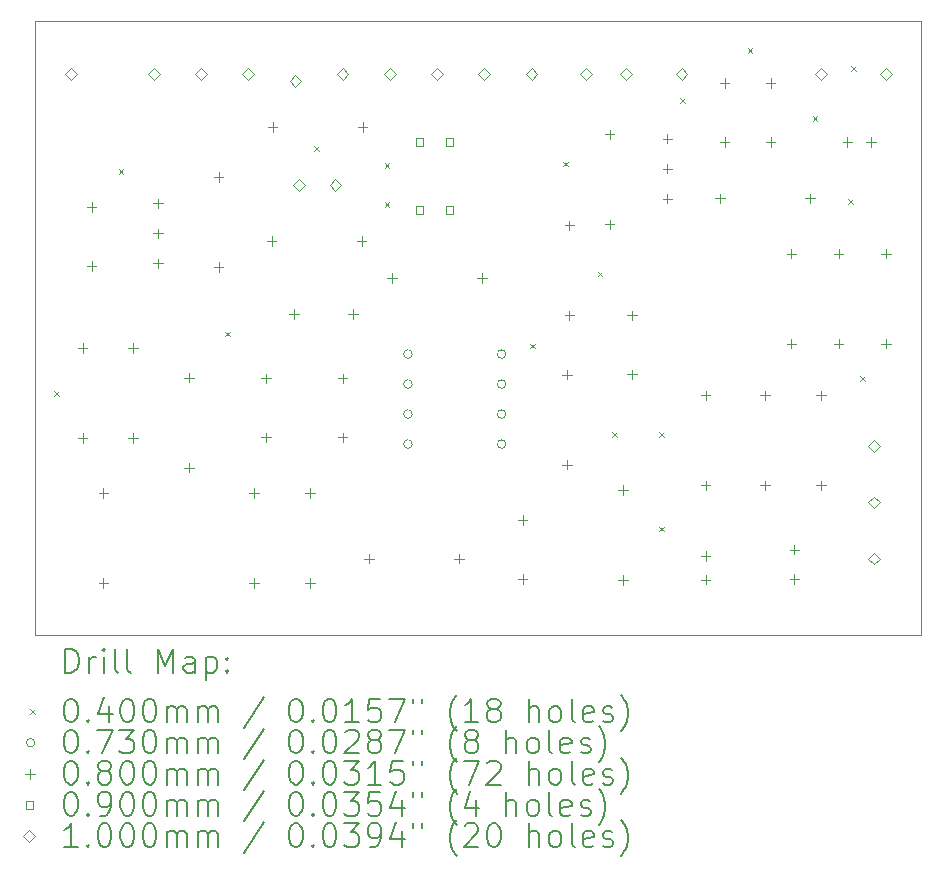
<source format=gbr>
%FSLAX45Y45*%
G04 Gerber Fmt 4.5, Leading zero omitted, Abs format (unit mm)*
G04 Created by KiCad (PCBNEW (6.0.4)) date 2023-03-15 02:05:19*
%MOMM*%
%LPD*%
G01*
G04 APERTURE LIST*
%TA.AperFunction,Profile*%
%ADD10C,0.100000*%
%TD*%
%ADD11C,0.200000*%
%ADD12C,0.040000*%
%ADD13C,0.073000*%
%ADD14C,0.080000*%
%ADD15C,0.090000*%
%ADD16C,0.100000*%
G04 APERTURE END LIST*
D10*
X14200000Y-7900000D02*
X21700000Y-7900000D01*
X21700000Y-7900000D02*
X21700000Y-13100000D01*
X21700000Y-13100000D02*
X14200000Y-13100000D01*
X14200000Y-13100000D02*
X14200000Y-7900000D01*
D11*
D12*
X14355000Y-11030000D02*
X14395000Y-11070000D01*
X14395000Y-11030000D02*
X14355000Y-11070000D01*
X14905000Y-9155000D02*
X14945000Y-9195000D01*
X14945000Y-9155000D02*
X14905000Y-9195000D01*
X15805000Y-10530000D02*
X15845000Y-10570000D01*
X15845000Y-10530000D02*
X15805000Y-10570000D01*
X16558048Y-8961096D02*
X16598048Y-9001096D01*
X16598048Y-8961096D02*
X16558048Y-9001096D01*
X17155000Y-9105000D02*
X17195000Y-9145000D01*
X17195000Y-9105000D02*
X17155000Y-9145000D01*
X17155000Y-9430000D02*
X17195000Y-9470000D01*
X17195000Y-9430000D02*
X17155000Y-9470000D01*
X18390000Y-10630000D02*
X18430000Y-10670000D01*
X18430000Y-10630000D02*
X18390000Y-10670000D01*
X18670000Y-9090000D02*
X18710000Y-9130000D01*
X18710000Y-9090000D02*
X18670000Y-9130000D01*
X18960000Y-10020000D02*
X19000000Y-10060000D01*
X19000000Y-10020000D02*
X18960000Y-10060000D01*
X19080000Y-11380000D02*
X19120000Y-11420000D01*
X19120000Y-11380000D02*
X19080000Y-11420000D01*
X19480000Y-11380000D02*
X19520000Y-11420000D01*
X19520000Y-11380000D02*
X19480000Y-11420000D01*
X19480000Y-12180000D02*
X19520000Y-12220000D01*
X19520000Y-12180000D02*
X19480000Y-12220000D01*
X19655000Y-8555000D02*
X19695000Y-8595000D01*
X19695000Y-8555000D02*
X19655000Y-8595000D01*
X20230000Y-8130000D02*
X20270000Y-8170000D01*
X20270000Y-8130000D02*
X20230000Y-8170000D01*
X20780000Y-8705000D02*
X20820000Y-8745000D01*
X20820000Y-8705000D02*
X20780000Y-8745000D01*
X21080000Y-9405000D02*
X21120000Y-9445000D01*
X21120000Y-9405000D02*
X21080000Y-9445000D01*
X21105000Y-8280000D02*
X21145000Y-8320000D01*
X21145000Y-8280000D02*
X21105000Y-8320000D01*
X21180000Y-10905000D02*
X21220000Y-10945000D01*
X21220000Y-10905000D02*
X21180000Y-10945000D01*
D13*
X17389500Y-10719000D02*
G75*
G03*
X17389500Y-10719000I-36500J0D01*
G01*
X17389500Y-10973000D02*
G75*
G03*
X17389500Y-10973000I-36500J0D01*
G01*
X17389500Y-11227000D02*
G75*
G03*
X17389500Y-11227000I-36500J0D01*
G01*
X17389500Y-11481000D02*
G75*
G03*
X17389500Y-11481000I-36500J0D01*
G01*
X18183500Y-10719000D02*
G75*
G03*
X18183500Y-10719000I-36500J0D01*
G01*
X18183500Y-10973000D02*
G75*
G03*
X18183500Y-10973000I-36500J0D01*
G01*
X18183500Y-11227000D02*
G75*
G03*
X18183500Y-11227000I-36500J0D01*
G01*
X18183500Y-11481000D02*
G75*
G03*
X18183500Y-11481000I-36500J0D01*
G01*
D14*
X14600000Y-10629000D02*
X14600000Y-10709000D01*
X14560000Y-10669000D02*
X14640000Y-10669000D01*
X14600000Y-11391000D02*
X14600000Y-11471000D01*
X14560000Y-11431000D02*
X14640000Y-11431000D01*
X14675000Y-9435000D02*
X14675000Y-9515000D01*
X14635000Y-9475000D02*
X14715000Y-9475000D01*
X14675000Y-9935000D02*
X14675000Y-10015000D01*
X14635000Y-9975000D02*
X14715000Y-9975000D01*
X14775000Y-11854000D02*
X14775000Y-11934000D01*
X14735000Y-11894000D02*
X14815000Y-11894000D01*
X14775000Y-12616000D02*
X14775000Y-12696000D01*
X14735000Y-12656000D02*
X14815000Y-12656000D01*
X15025000Y-10629000D02*
X15025000Y-10709000D01*
X14985000Y-10669000D02*
X15065000Y-10669000D01*
X15025000Y-11391000D02*
X15025000Y-11471000D01*
X14985000Y-11431000D02*
X15065000Y-11431000D01*
X15236000Y-9402000D02*
X15236000Y-9482000D01*
X15196000Y-9442000D02*
X15276000Y-9442000D01*
X15236000Y-9656000D02*
X15236000Y-9736000D01*
X15196000Y-9696000D02*
X15276000Y-9696000D01*
X15236000Y-9910000D02*
X15236000Y-9990000D01*
X15196000Y-9950000D02*
X15276000Y-9950000D01*
X15500000Y-10879000D02*
X15500000Y-10959000D01*
X15460000Y-10919000D02*
X15540000Y-10919000D01*
X15500000Y-11641000D02*
X15500000Y-11721000D01*
X15460000Y-11681000D02*
X15540000Y-11681000D01*
X15750000Y-9179000D02*
X15750000Y-9259000D01*
X15710000Y-9219000D02*
X15790000Y-9219000D01*
X15750000Y-9941000D02*
X15750000Y-10021000D01*
X15710000Y-9981000D02*
X15790000Y-9981000D01*
X16050000Y-11854000D02*
X16050000Y-11934000D01*
X16010000Y-11894000D02*
X16090000Y-11894000D01*
X16050000Y-12616000D02*
X16050000Y-12696000D01*
X16010000Y-12656000D02*
X16090000Y-12656000D01*
X16150000Y-10885000D02*
X16150000Y-10965000D01*
X16110000Y-10925000D02*
X16190000Y-10925000D01*
X16150000Y-11385000D02*
X16150000Y-11465000D01*
X16110000Y-11425000D02*
X16190000Y-11425000D01*
X16199000Y-9720000D02*
X16199000Y-9800000D01*
X16159000Y-9760000D02*
X16239000Y-9760000D01*
X16209000Y-8755000D02*
X16209000Y-8835000D01*
X16169000Y-8795000D02*
X16249000Y-8795000D01*
X16390000Y-10340000D02*
X16390000Y-10420000D01*
X16350000Y-10380000D02*
X16430000Y-10380000D01*
X16525000Y-11854000D02*
X16525000Y-11934000D01*
X16485000Y-11894000D02*
X16565000Y-11894000D01*
X16525000Y-12616000D02*
X16525000Y-12696000D01*
X16485000Y-12656000D02*
X16565000Y-12656000D01*
X16800000Y-10885000D02*
X16800000Y-10965000D01*
X16760000Y-10925000D02*
X16840000Y-10925000D01*
X16800000Y-11385000D02*
X16800000Y-11465000D01*
X16760000Y-11425000D02*
X16840000Y-11425000D01*
X16890000Y-10340000D02*
X16890000Y-10420000D01*
X16850000Y-10380000D02*
X16930000Y-10380000D01*
X16961000Y-9720000D02*
X16961000Y-9800000D01*
X16921000Y-9760000D02*
X17001000Y-9760000D01*
X16971000Y-8755000D02*
X16971000Y-8835000D01*
X16931000Y-8795000D02*
X17011000Y-8795000D01*
X17025000Y-12410000D02*
X17025000Y-12490000D01*
X16985000Y-12450000D02*
X17065000Y-12450000D01*
X17219000Y-10035000D02*
X17219000Y-10115000D01*
X17179000Y-10075000D02*
X17259000Y-10075000D01*
X17787000Y-12410000D02*
X17787000Y-12490000D01*
X17747000Y-12450000D02*
X17827000Y-12450000D01*
X17981000Y-10035000D02*
X17981000Y-10115000D01*
X17941000Y-10075000D02*
X18021000Y-10075000D01*
X18325000Y-12085000D02*
X18325000Y-12165000D01*
X18285000Y-12125000D02*
X18365000Y-12125000D01*
X18325000Y-12585000D02*
X18325000Y-12665000D01*
X18285000Y-12625000D02*
X18365000Y-12625000D01*
X18700000Y-10854000D02*
X18700000Y-10934000D01*
X18660000Y-10894000D02*
X18740000Y-10894000D01*
X18700000Y-11616000D02*
X18700000Y-11696000D01*
X18660000Y-11656000D02*
X18740000Y-11656000D01*
X18720000Y-9589000D02*
X18720000Y-9669000D01*
X18680000Y-9629000D02*
X18760000Y-9629000D01*
X18720000Y-10351000D02*
X18720000Y-10431000D01*
X18680000Y-10391000D02*
X18760000Y-10391000D01*
X19060000Y-8819000D02*
X19060000Y-8899000D01*
X19020000Y-8859000D02*
X19100000Y-8859000D01*
X19060000Y-9581000D02*
X19060000Y-9661000D01*
X19020000Y-9621000D02*
X19100000Y-9621000D01*
X19175000Y-11829000D02*
X19175000Y-11909000D01*
X19135000Y-11869000D02*
X19215000Y-11869000D01*
X19175000Y-12591000D02*
X19175000Y-12671000D01*
X19135000Y-12631000D02*
X19215000Y-12631000D01*
X19250000Y-10350000D02*
X19250000Y-10430000D01*
X19210000Y-10390000D02*
X19290000Y-10390000D01*
X19250000Y-10850000D02*
X19250000Y-10930000D01*
X19210000Y-10890000D02*
X19290000Y-10890000D01*
X19550000Y-8856000D02*
X19550000Y-8936000D01*
X19510000Y-8896000D02*
X19590000Y-8896000D01*
X19550000Y-9110000D02*
X19550000Y-9190000D01*
X19510000Y-9150000D02*
X19590000Y-9150000D01*
X19550000Y-9364000D02*
X19550000Y-9444000D01*
X19510000Y-9404000D02*
X19590000Y-9404000D01*
X19875000Y-11029000D02*
X19875000Y-11109000D01*
X19835000Y-11069000D02*
X19915000Y-11069000D01*
X19875000Y-11791000D02*
X19875000Y-11871000D01*
X19835000Y-11831000D02*
X19915000Y-11831000D01*
X19875000Y-12389489D02*
X19875000Y-12469489D01*
X19835000Y-12429489D02*
X19915000Y-12429489D01*
X19875000Y-12589489D02*
X19875000Y-12669489D01*
X19835000Y-12629489D02*
X19915000Y-12629489D01*
X19994000Y-9360000D02*
X19994000Y-9440000D01*
X19954000Y-9400000D02*
X20034000Y-9400000D01*
X20035828Y-8385000D02*
X20035828Y-8465000D01*
X19995828Y-8425000D02*
X20075828Y-8425000D01*
X20035828Y-8885000D02*
X20035828Y-8965000D01*
X19995828Y-8925000D02*
X20075828Y-8925000D01*
X20375000Y-11029000D02*
X20375000Y-11109000D01*
X20335000Y-11069000D02*
X20415000Y-11069000D01*
X20375000Y-11791000D02*
X20375000Y-11871000D01*
X20335000Y-11831000D02*
X20415000Y-11831000D01*
X20425000Y-8385000D02*
X20425000Y-8465000D01*
X20385000Y-8425000D02*
X20465000Y-8425000D01*
X20425000Y-8885000D02*
X20425000Y-8965000D01*
X20385000Y-8925000D02*
X20465000Y-8925000D01*
X20600000Y-9829000D02*
X20600000Y-9909000D01*
X20560000Y-9869000D02*
X20640000Y-9869000D01*
X20600000Y-10591000D02*
X20600000Y-10671000D01*
X20560000Y-10631000D02*
X20640000Y-10631000D01*
X20625000Y-12335000D02*
X20625000Y-12415000D01*
X20585000Y-12375000D02*
X20665000Y-12375000D01*
X20625000Y-12585000D02*
X20625000Y-12665000D01*
X20585000Y-12625000D02*
X20665000Y-12625000D01*
X20756000Y-9360000D02*
X20756000Y-9440000D01*
X20716000Y-9400000D02*
X20796000Y-9400000D01*
X20850000Y-11029000D02*
X20850000Y-11109000D01*
X20810000Y-11069000D02*
X20890000Y-11069000D01*
X20850000Y-11791000D02*
X20850000Y-11871000D01*
X20810000Y-11831000D02*
X20890000Y-11831000D01*
X21000000Y-9829000D02*
X21000000Y-9909000D01*
X20960000Y-9869000D02*
X21040000Y-9869000D01*
X21000000Y-10591000D02*
X21000000Y-10671000D01*
X20960000Y-10631000D02*
X21040000Y-10631000D01*
X21075000Y-8885000D02*
X21075000Y-8965000D01*
X21035000Y-8925000D02*
X21115000Y-8925000D01*
X21275000Y-8885000D02*
X21275000Y-8965000D01*
X21235000Y-8925000D02*
X21315000Y-8925000D01*
X21400000Y-9829000D02*
X21400000Y-9909000D01*
X21360000Y-9869000D02*
X21440000Y-9869000D01*
X21400000Y-10591000D02*
X21400000Y-10671000D01*
X21360000Y-10631000D02*
X21440000Y-10631000D01*
D15*
X17481820Y-8956820D02*
X17481820Y-8893180D01*
X17418180Y-8893180D01*
X17418180Y-8956820D01*
X17481820Y-8956820D01*
X17482820Y-9531820D02*
X17482820Y-9468180D01*
X17419180Y-9468180D01*
X17419180Y-9531820D01*
X17482820Y-9531820D01*
X17735820Y-8956820D02*
X17735820Y-8893180D01*
X17672180Y-8893180D01*
X17672180Y-8956820D01*
X17735820Y-8956820D01*
X17736820Y-9531820D02*
X17736820Y-9468180D01*
X17673180Y-9468180D01*
X17673180Y-9531820D01*
X17736820Y-9531820D01*
D16*
X14500000Y-8400000D02*
X14550000Y-8350000D01*
X14500000Y-8300000D01*
X14450000Y-8350000D01*
X14500000Y-8400000D01*
X15200000Y-8400000D02*
X15250000Y-8350000D01*
X15200000Y-8300000D01*
X15150000Y-8350000D01*
X15200000Y-8400000D01*
X15600000Y-8400000D02*
X15650000Y-8350000D01*
X15600000Y-8300000D01*
X15550000Y-8350000D01*
X15600000Y-8400000D01*
X16000000Y-8400000D02*
X16050000Y-8350000D01*
X16000000Y-8300000D01*
X15950000Y-8350000D01*
X16000000Y-8400000D01*
X16401000Y-8459000D02*
X16451000Y-8409000D01*
X16401000Y-8359000D01*
X16351000Y-8409000D01*
X16401000Y-8459000D01*
X16431000Y-9340000D02*
X16481000Y-9290000D01*
X16431000Y-9240000D01*
X16381000Y-9290000D01*
X16431000Y-9340000D01*
X16740000Y-9340000D02*
X16790000Y-9290000D01*
X16740000Y-9240000D01*
X16690000Y-9290000D01*
X16740000Y-9340000D01*
X16800000Y-8400000D02*
X16850000Y-8350000D01*
X16800000Y-8300000D01*
X16750000Y-8350000D01*
X16800000Y-8400000D01*
X17200000Y-8400000D02*
X17250000Y-8350000D01*
X17200000Y-8300000D01*
X17150000Y-8350000D01*
X17200000Y-8400000D01*
X17600000Y-8400000D02*
X17650000Y-8350000D01*
X17600000Y-8300000D01*
X17550000Y-8350000D01*
X17600000Y-8400000D01*
X18000000Y-8400000D02*
X18050000Y-8350000D01*
X18000000Y-8300000D01*
X17950000Y-8350000D01*
X18000000Y-8400000D01*
X18400000Y-8400000D02*
X18450000Y-8350000D01*
X18400000Y-8300000D01*
X18350000Y-8350000D01*
X18400000Y-8400000D01*
X18860000Y-8400000D02*
X18910000Y-8350000D01*
X18860000Y-8300000D01*
X18810000Y-8350000D01*
X18860000Y-8400000D01*
X19200000Y-8400000D02*
X19250000Y-8350000D01*
X19200000Y-8300000D01*
X19150000Y-8350000D01*
X19200000Y-8400000D01*
X19670000Y-8400000D02*
X19720000Y-8350000D01*
X19670000Y-8300000D01*
X19620000Y-8350000D01*
X19670000Y-8400000D01*
X20850000Y-8400000D02*
X20900000Y-8350000D01*
X20850000Y-8300000D01*
X20800000Y-8350000D01*
X20850000Y-8400000D01*
X21300000Y-11550000D02*
X21350000Y-11500000D01*
X21300000Y-11450000D01*
X21250000Y-11500000D01*
X21300000Y-11550000D01*
X21300000Y-12025000D02*
X21350000Y-11975000D01*
X21300000Y-11925000D01*
X21250000Y-11975000D01*
X21300000Y-12025000D01*
X21300000Y-12500000D02*
X21350000Y-12450000D01*
X21300000Y-12400000D01*
X21250000Y-12450000D01*
X21300000Y-12500000D01*
X21400000Y-8400000D02*
X21450000Y-8350000D01*
X21400000Y-8300000D01*
X21350000Y-8350000D01*
X21400000Y-8400000D01*
D11*
X14452619Y-13415476D02*
X14452619Y-13215476D01*
X14500238Y-13215476D01*
X14528809Y-13225000D01*
X14547857Y-13244048D01*
X14557381Y-13263095D01*
X14566905Y-13301190D01*
X14566905Y-13329762D01*
X14557381Y-13367857D01*
X14547857Y-13386905D01*
X14528809Y-13405952D01*
X14500238Y-13415476D01*
X14452619Y-13415476D01*
X14652619Y-13415476D02*
X14652619Y-13282143D01*
X14652619Y-13320238D02*
X14662143Y-13301190D01*
X14671667Y-13291667D01*
X14690714Y-13282143D01*
X14709762Y-13282143D01*
X14776428Y-13415476D02*
X14776428Y-13282143D01*
X14776428Y-13215476D02*
X14766905Y-13225000D01*
X14776428Y-13234524D01*
X14785952Y-13225000D01*
X14776428Y-13215476D01*
X14776428Y-13234524D01*
X14900238Y-13415476D02*
X14881190Y-13405952D01*
X14871667Y-13386905D01*
X14871667Y-13215476D01*
X15005000Y-13415476D02*
X14985952Y-13405952D01*
X14976428Y-13386905D01*
X14976428Y-13215476D01*
X15233571Y-13415476D02*
X15233571Y-13215476D01*
X15300238Y-13358333D01*
X15366905Y-13215476D01*
X15366905Y-13415476D01*
X15547857Y-13415476D02*
X15547857Y-13310714D01*
X15538333Y-13291667D01*
X15519286Y-13282143D01*
X15481190Y-13282143D01*
X15462143Y-13291667D01*
X15547857Y-13405952D02*
X15528809Y-13415476D01*
X15481190Y-13415476D01*
X15462143Y-13405952D01*
X15452619Y-13386905D01*
X15452619Y-13367857D01*
X15462143Y-13348809D01*
X15481190Y-13339286D01*
X15528809Y-13339286D01*
X15547857Y-13329762D01*
X15643095Y-13282143D02*
X15643095Y-13482143D01*
X15643095Y-13291667D02*
X15662143Y-13282143D01*
X15700238Y-13282143D01*
X15719286Y-13291667D01*
X15728809Y-13301190D01*
X15738333Y-13320238D01*
X15738333Y-13377381D01*
X15728809Y-13396428D01*
X15719286Y-13405952D01*
X15700238Y-13415476D01*
X15662143Y-13415476D01*
X15643095Y-13405952D01*
X15824048Y-13396428D02*
X15833571Y-13405952D01*
X15824048Y-13415476D01*
X15814524Y-13405952D01*
X15824048Y-13396428D01*
X15824048Y-13415476D01*
X15824048Y-13291667D02*
X15833571Y-13301190D01*
X15824048Y-13310714D01*
X15814524Y-13301190D01*
X15824048Y-13291667D01*
X15824048Y-13310714D01*
D12*
X14155000Y-13725000D02*
X14195000Y-13765000D01*
X14195000Y-13725000D02*
X14155000Y-13765000D01*
D11*
X14490714Y-13635476D02*
X14509762Y-13635476D01*
X14528809Y-13645000D01*
X14538333Y-13654524D01*
X14547857Y-13673571D01*
X14557381Y-13711667D01*
X14557381Y-13759286D01*
X14547857Y-13797381D01*
X14538333Y-13816428D01*
X14528809Y-13825952D01*
X14509762Y-13835476D01*
X14490714Y-13835476D01*
X14471667Y-13825952D01*
X14462143Y-13816428D01*
X14452619Y-13797381D01*
X14443095Y-13759286D01*
X14443095Y-13711667D01*
X14452619Y-13673571D01*
X14462143Y-13654524D01*
X14471667Y-13645000D01*
X14490714Y-13635476D01*
X14643095Y-13816428D02*
X14652619Y-13825952D01*
X14643095Y-13835476D01*
X14633571Y-13825952D01*
X14643095Y-13816428D01*
X14643095Y-13835476D01*
X14824048Y-13702143D02*
X14824048Y-13835476D01*
X14776428Y-13625952D02*
X14728809Y-13768809D01*
X14852619Y-13768809D01*
X14966905Y-13635476D02*
X14985952Y-13635476D01*
X15005000Y-13645000D01*
X15014524Y-13654524D01*
X15024048Y-13673571D01*
X15033571Y-13711667D01*
X15033571Y-13759286D01*
X15024048Y-13797381D01*
X15014524Y-13816428D01*
X15005000Y-13825952D01*
X14985952Y-13835476D01*
X14966905Y-13835476D01*
X14947857Y-13825952D01*
X14938333Y-13816428D01*
X14928809Y-13797381D01*
X14919286Y-13759286D01*
X14919286Y-13711667D01*
X14928809Y-13673571D01*
X14938333Y-13654524D01*
X14947857Y-13645000D01*
X14966905Y-13635476D01*
X15157381Y-13635476D02*
X15176428Y-13635476D01*
X15195476Y-13645000D01*
X15205000Y-13654524D01*
X15214524Y-13673571D01*
X15224048Y-13711667D01*
X15224048Y-13759286D01*
X15214524Y-13797381D01*
X15205000Y-13816428D01*
X15195476Y-13825952D01*
X15176428Y-13835476D01*
X15157381Y-13835476D01*
X15138333Y-13825952D01*
X15128809Y-13816428D01*
X15119286Y-13797381D01*
X15109762Y-13759286D01*
X15109762Y-13711667D01*
X15119286Y-13673571D01*
X15128809Y-13654524D01*
X15138333Y-13645000D01*
X15157381Y-13635476D01*
X15309762Y-13835476D02*
X15309762Y-13702143D01*
X15309762Y-13721190D02*
X15319286Y-13711667D01*
X15338333Y-13702143D01*
X15366905Y-13702143D01*
X15385952Y-13711667D01*
X15395476Y-13730714D01*
X15395476Y-13835476D01*
X15395476Y-13730714D02*
X15405000Y-13711667D01*
X15424048Y-13702143D01*
X15452619Y-13702143D01*
X15471667Y-13711667D01*
X15481190Y-13730714D01*
X15481190Y-13835476D01*
X15576428Y-13835476D02*
X15576428Y-13702143D01*
X15576428Y-13721190D02*
X15585952Y-13711667D01*
X15605000Y-13702143D01*
X15633571Y-13702143D01*
X15652619Y-13711667D01*
X15662143Y-13730714D01*
X15662143Y-13835476D01*
X15662143Y-13730714D02*
X15671667Y-13711667D01*
X15690714Y-13702143D01*
X15719286Y-13702143D01*
X15738333Y-13711667D01*
X15747857Y-13730714D01*
X15747857Y-13835476D01*
X16138333Y-13625952D02*
X15966905Y-13883095D01*
X16395476Y-13635476D02*
X16414524Y-13635476D01*
X16433571Y-13645000D01*
X16443095Y-13654524D01*
X16452619Y-13673571D01*
X16462143Y-13711667D01*
X16462143Y-13759286D01*
X16452619Y-13797381D01*
X16443095Y-13816428D01*
X16433571Y-13825952D01*
X16414524Y-13835476D01*
X16395476Y-13835476D01*
X16376428Y-13825952D01*
X16366905Y-13816428D01*
X16357381Y-13797381D01*
X16347857Y-13759286D01*
X16347857Y-13711667D01*
X16357381Y-13673571D01*
X16366905Y-13654524D01*
X16376428Y-13645000D01*
X16395476Y-13635476D01*
X16547857Y-13816428D02*
X16557381Y-13825952D01*
X16547857Y-13835476D01*
X16538333Y-13825952D01*
X16547857Y-13816428D01*
X16547857Y-13835476D01*
X16681190Y-13635476D02*
X16700238Y-13635476D01*
X16719286Y-13645000D01*
X16728809Y-13654524D01*
X16738333Y-13673571D01*
X16747857Y-13711667D01*
X16747857Y-13759286D01*
X16738333Y-13797381D01*
X16728809Y-13816428D01*
X16719286Y-13825952D01*
X16700238Y-13835476D01*
X16681190Y-13835476D01*
X16662143Y-13825952D01*
X16652619Y-13816428D01*
X16643095Y-13797381D01*
X16633571Y-13759286D01*
X16633571Y-13711667D01*
X16643095Y-13673571D01*
X16652619Y-13654524D01*
X16662143Y-13645000D01*
X16681190Y-13635476D01*
X16938333Y-13835476D02*
X16824048Y-13835476D01*
X16881190Y-13835476D02*
X16881190Y-13635476D01*
X16862143Y-13664048D01*
X16843095Y-13683095D01*
X16824048Y-13692619D01*
X17119286Y-13635476D02*
X17024048Y-13635476D01*
X17014524Y-13730714D01*
X17024048Y-13721190D01*
X17043095Y-13711667D01*
X17090714Y-13711667D01*
X17109762Y-13721190D01*
X17119286Y-13730714D01*
X17128810Y-13749762D01*
X17128810Y-13797381D01*
X17119286Y-13816428D01*
X17109762Y-13825952D01*
X17090714Y-13835476D01*
X17043095Y-13835476D01*
X17024048Y-13825952D01*
X17014524Y-13816428D01*
X17195476Y-13635476D02*
X17328810Y-13635476D01*
X17243095Y-13835476D01*
X17395476Y-13635476D02*
X17395476Y-13673571D01*
X17471667Y-13635476D02*
X17471667Y-13673571D01*
X17766905Y-13911667D02*
X17757381Y-13902143D01*
X17738333Y-13873571D01*
X17728810Y-13854524D01*
X17719286Y-13825952D01*
X17709762Y-13778333D01*
X17709762Y-13740238D01*
X17719286Y-13692619D01*
X17728810Y-13664048D01*
X17738333Y-13645000D01*
X17757381Y-13616428D01*
X17766905Y-13606905D01*
X17947857Y-13835476D02*
X17833571Y-13835476D01*
X17890714Y-13835476D02*
X17890714Y-13635476D01*
X17871667Y-13664048D01*
X17852619Y-13683095D01*
X17833571Y-13692619D01*
X18062143Y-13721190D02*
X18043095Y-13711667D01*
X18033571Y-13702143D01*
X18024048Y-13683095D01*
X18024048Y-13673571D01*
X18033571Y-13654524D01*
X18043095Y-13645000D01*
X18062143Y-13635476D01*
X18100238Y-13635476D01*
X18119286Y-13645000D01*
X18128810Y-13654524D01*
X18138333Y-13673571D01*
X18138333Y-13683095D01*
X18128810Y-13702143D01*
X18119286Y-13711667D01*
X18100238Y-13721190D01*
X18062143Y-13721190D01*
X18043095Y-13730714D01*
X18033571Y-13740238D01*
X18024048Y-13759286D01*
X18024048Y-13797381D01*
X18033571Y-13816428D01*
X18043095Y-13825952D01*
X18062143Y-13835476D01*
X18100238Y-13835476D01*
X18119286Y-13825952D01*
X18128810Y-13816428D01*
X18138333Y-13797381D01*
X18138333Y-13759286D01*
X18128810Y-13740238D01*
X18119286Y-13730714D01*
X18100238Y-13721190D01*
X18376429Y-13835476D02*
X18376429Y-13635476D01*
X18462143Y-13835476D02*
X18462143Y-13730714D01*
X18452619Y-13711667D01*
X18433571Y-13702143D01*
X18405000Y-13702143D01*
X18385952Y-13711667D01*
X18376429Y-13721190D01*
X18585952Y-13835476D02*
X18566905Y-13825952D01*
X18557381Y-13816428D01*
X18547857Y-13797381D01*
X18547857Y-13740238D01*
X18557381Y-13721190D01*
X18566905Y-13711667D01*
X18585952Y-13702143D01*
X18614524Y-13702143D01*
X18633571Y-13711667D01*
X18643095Y-13721190D01*
X18652619Y-13740238D01*
X18652619Y-13797381D01*
X18643095Y-13816428D01*
X18633571Y-13825952D01*
X18614524Y-13835476D01*
X18585952Y-13835476D01*
X18766905Y-13835476D02*
X18747857Y-13825952D01*
X18738333Y-13806905D01*
X18738333Y-13635476D01*
X18919286Y-13825952D02*
X18900238Y-13835476D01*
X18862143Y-13835476D01*
X18843095Y-13825952D01*
X18833571Y-13806905D01*
X18833571Y-13730714D01*
X18843095Y-13711667D01*
X18862143Y-13702143D01*
X18900238Y-13702143D01*
X18919286Y-13711667D01*
X18928810Y-13730714D01*
X18928810Y-13749762D01*
X18833571Y-13768809D01*
X19005000Y-13825952D02*
X19024048Y-13835476D01*
X19062143Y-13835476D01*
X19081190Y-13825952D01*
X19090714Y-13806905D01*
X19090714Y-13797381D01*
X19081190Y-13778333D01*
X19062143Y-13768809D01*
X19033571Y-13768809D01*
X19014524Y-13759286D01*
X19005000Y-13740238D01*
X19005000Y-13730714D01*
X19014524Y-13711667D01*
X19033571Y-13702143D01*
X19062143Y-13702143D01*
X19081190Y-13711667D01*
X19157381Y-13911667D02*
X19166905Y-13902143D01*
X19185952Y-13873571D01*
X19195476Y-13854524D01*
X19205000Y-13825952D01*
X19214524Y-13778333D01*
X19214524Y-13740238D01*
X19205000Y-13692619D01*
X19195476Y-13664048D01*
X19185952Y-13645000D01*
X19166905Y-13616428D01*
X19157381Y-13606905D01*
D13*
X14195000Y-14009000D02*
G75*
G03*
X14195000Y-14009000I-36500J0D01*
G01*
D11*
X14490714Y-13899476D02*
X14509762Y-13899476D01*
X14528809Y-13909000D01*
X14538333Y-13918524D01*
X14547857Y-13937571D01*
X14557381Y-13975667D01*
X14557381Y-14023286D01*
X14547857Y-14061381D01*
X14538333Y-14080428D01*
X14528809Y-14089952D01*
X14509762Y-14099476D01*
X14490714Y-14099476D01*
X14471667Y-14089952D01*
X14462143Y-14080428D01*
X14452619Y-14061381D01*
X14443095Y-14023286D01*
X14443095Y-13975667D01*
X14452619Y-13937571D01*
X14462143Y-13918524D01*
X14471667Y-13909000D01*
X14490714Y-13899476D01*
X14643095Y-14080428D02*
X14652619Y-14089952D01*
X14643095Y-14099476D01*
X14633571Y-14089952D01*
X14643095Y-14080428D01*
X14643095Y-14099476D01*
X14719286Y-13899476D02*
X14852619Y-13899476D01*
X14766905Y-14099476D01*
X14909762Y-13899476D02*
X15033571Y-13899476D01*
X14966905Y-13975667D01*
X14995476Y-13975667D01*
X15014524Y-13985190D01*
X15024048Y-13994714D01*
X15033571Y-14013762D01*
X15033571Y-14061381D01*
X15024048Y-14080428D01*
X15014524Y-14089952D01*
X14995476Y-14099476D01*
X14938333Y-14099476D01*
X14919286Y-14089952D01*
X14909762Y-14080428D01*
X15157381Y-13899476D02*
X15176428Y-13899476D01*
X15195476Y-13909000D01*
X15205000Y-13918524D01*
X15214524Y-13937571D01*
X15224048Y-13975667D01*
X15224048Y-14023286D01*
X15214524Y-14061381D01*
X15205000Y-14080428D01*
X15195476Y-14089952D01*
X15176428Y-14099476D01*
X15157381Y-14099476D01*
X15138333Y-14089952D01*
X15128809Y-14080428D01*
X15119286Y-14061381D01*
X15109762Y-14023286D01*
X15109762Y-13975667D01*
X15119286Y-13937571D01*
X15128809Y-13918524D01*
X15138333Y-13909000D01*
X15157381Y-13899476D01*
X15309762Y-14099476D02*
X15309762Y-13966143D01*
X15309762Y-13985190D02*
X15319286Y-13975667D01*
X15338333Y-13966143D01*
X15366905Y-13966143D01*
X15385952Y-13975667D01*
X15395476Y-13994714D01*
X15395476Y-14099476D01*
X15395476Y-13994714D02*
X15405000Y-13975667D01*
X15424048Y-13966143D01*
X15452619Y-13966143D01*
X15471667Y-13975667D01*
X15481190Y-13994714D01*
X15481190Y-14099476D01*
X15576428Y-14099476D02*
X15576428Y-13966143D01*
X15576428Y-13985190D02*
X15585952Y-13975667D01*
X15605000Y-13966143D01*
X15633571Y-13966143D01*
X15652619Y-13975667D01*
X15662143Y-13994714D01*
X15662143Y-14099476D01*
X15662143Y-13994714D02*
X15671667Y-13975667D01*
X15690714Y-13966143D01*
X15719286Y-13966143D01*
X15738333Y-13975667D01*
X15747857Y-13994714D01*
X15747857Y-14099476D01*
X16138333Y-13889952D02*
X15966905Y-14147095D01*
X16395476Y-13899476D02*
X16414524Y-13899476D01*
X16433571Y-13909000D01*
X16443095Y-13918524D01*
X16452619Y-13937571D01*
X16462143Y-13975667D01*
X16462143Y-14023286D01*
X16452619Y-14061381D01*
X16443095Y-14080428D01*
X16433571Y-14089952D01*
X16414524Y-14099476D01*
X16395476Y-14099476D01*
X16376428Y-14089952D01*
X16366905Y-14080428D01*
X16357381Y-14061381D01*
X16347857Y-14023286D01*
X16347857Y-13975667D01*
X16357381Y-13937571D01*
X16366905Y-13918524D01*
X16376428Y-13909000D01*
X16395476Y-13899476D01*
X16547857Y-14080428D02*
X16557381Y-14089952D01*
X16547857Y-14099476D01*
X16538333Y-14089952D01*
X16547857Y-14080428D01*
X16547857Y-14099476D01*
X16681190Y-13899476D02*
X16700238Y-13899476D01*
X16719286Y-13909000D01*
X16728809Y-13918524D01*
X16738333Y-13937571D01*
X16747857Y-13975667D01*
X16747857Y-14023286D01*
X16738333Y-14061381D01*
X16728809Y-14080428D01*
X16719286Y-14089952D01*
X16700238Y-14099476D01*
X16681190Y-14099476D01*
X16662143Y-14089952D01*
X16652619Y-14080428D01*
X16643095Y-14061381D01*
X16633571Y-14023286D01*
X16633571Y-13975667D01*
X16643095Y-13937571D01*
X16652619Y-13918524D01*
X16662143Y-13909000D01*
X16681190Y-13899476D01*
X16824048Y-13918524D02*
X16833571Y-13909000D01*
X16852619Y-13899476D01*
X16900238Y-13899476D01*
X16919286Y-13909000D01*
X16928810Y-13918524D01*
X16938333Y-13937571D01*
X16938333Y-13956619D01*
X16928810Y-13985190D01*
X16814524Y-14099476D01*
X16938333Y-14099476D01*
X17052619Y-13985190D02*
X17033571Y-13975667D01*
X17024048Y-13966143D01*
X17014524Y-13947095D01*
X17014524Y-13937571D01*
X17024048Y-13918524D01*
X17033571Y-13909000D01*
X17052619Y-13899476D01*
X17090714Y-13899476D01*
X17109762Y-13909000D01*
X17119286Y-13918524D01*
X17128810Y-13937571D01*
X17128810Y-13947095D01*
X17119286Y-13966143D01*
X17109762Y-13975667D01*
X17090714Y-13985190D01*
X17052619Y-13985190D01*
X17033571Y-13994714D01*
X17024048Y-14004238D01*
X17014524Y-14023286D01*
X17014524Y-14061381D01*
X17024048Y-14080428D01*
X17033571Y-14089952D01*
X17052619Y-14099476D01*
X17090714Y-14099476D01*
X17109762Y-14089952D01*
X17119286Y-14080428D01*
X17128810Y-14061381D01*
X17128810Y-14023286D01*
X17119286Y-14004238D01*
X17109762Y-13994714D01*
X17090714Y-13985190D01*
X17195476Y-13899476D02*
X17328810Y-13899476D01*
X17243095Y-14099476D01*
X17395476Y-13899476D02*
X17395476Y-13937571D01*
X17471667Y-13899476D02*
X17471667Y-13937571D01*
X17766905Y-14175667D02*
X17757381Y-14166143D01*
X17738333Y-14137571D01*
X17728810Y-14118524D01*
X17719286Y-14089952D01*
X17709762Y-14042333D01*
X17709762Y-14004238D01*
X17719286Y-13956619D01*
X17728810Y-13928048D01*
X17738333Y-13909000D01*
X17757381Y-13880428D01*
X17766905Y-13870905D01*
X17871667Y-13985190D02*
X17852619Y-13975667D01*
X17843095Y-13966143D01*
X17833571Y-13947095D01*
X17833571Y-13937571D01*
X17843095Y-13918524D01*
X17852619Y-13909000D01*
X17871667Y-13899476D01*
X17909762Y-13899476D01*
X17928810Y-13909000D01*
X17938333Y-13918524D01*
X17947857Y-13937571D01*
X17947857Y-13947095D01*
X17938333Y-13966143D01*
X17928810Y-13975667D01*
X17909762Y-13985190D01*
X17871667Y-13985190D01*
X17852619Y-13994714D01*
X17843095Y-14004238D01*
X17833571Y-14023286D01*
X17833571Y-14061381D01*
X17843095Y-14080428D01*
X17852619Y-14089952D01*
X17871667Y-14099476D01*
X17909762Y-14099476D01*
X17928810Y-14089952D01*
X17938333Y-14080428D01*
X17947857Y-14061381D01*
X17947857Y-14023286D01*
X17938333Y-14004238D01*
X17928810Y-13994714D01*
X17909762Y-13985190D01*
X18185952Y-14099476D02*
X18185952Y-13899476D01*
X18271667Y-14099476D02*
X18271667Y-13994714D01*
X18262143Y-13975667D01*
X18243095Y-13966143D01*
X18214524Y-13966143D01*
X18195476Y-13975667D01*
X18185952Y-13985190D01*
X18395476Y-14099476D02*
X18376429Y-14089952D01*
X18366905Y-14080428D01*
X18357381Y-14061381D01*
X18357381Y-14004238D01*
X18366905Y-13985190D01*
X18376429Y-13975667D01*
X18395476Y-13966143D01*
X18424048Y-13966143D01*
X18443095Y-13975667D01*
X18452619Y-13985190D01*
X18462143Y-14004238D01*
X18462143Y-14061381D01*
X18452619Y-14080428D01*
X18443095Y-14089952D01*
X18424048Y-14099476D01*
X18395476Y-14099476D01*
X18576429Y-14099476D02*
X18557381Y-14089952D01*
X18547857Y-14070905D01*
X18547857Y-13899476D01*
X18728810Y-14089952D02*
X18709762Y-14099476D01*
X18671667Y-14099476D01*
X18652619Y-14089952D01*
X18643095Y-14070905D01*
X18643095Y-13994714D01*
X18652619Y-13975667D01*
X18671667Y-13966143D01*
X18709762Y-13966143D01*
X18728810Y-13975667D01*
X18738333Y-13994714D01*
X18738333Y-14013762D01*
X18643095Y-14032809D01*
X18814524Y-14089952D02*
X18833571Y-14099476D01*
X18871667Y-14099476D01*
X18890714Y-14089952D01*
X18900238Y-14070905D01*
X18900238Y-14061381D01*
X18890714Y-14042333D01*
X18871667Y-14032809D01*
X18843095Y-14032809D01*
X18824048Y-14023286D01*
X18814524Y-14004238D01*
X18814524Y-13994714D01*
X18824048Y-13975667D01*
X18843095Y-13966143D01*
X18871667Y-13966143D01*
X18890714Y-13975667D01*
X18966905Y-14175667D02*
X18976429Y-14166143D01*
X18995476Y-14137571D01*
X19005000Y-14118524D01*
X19014524Y-14089952D01*
X19024048Y-14042333D01*
X19024048Y-14004238D01*
X19014524Y-13956619D01*
X19005000Y-13928048D01*
X18995476Y-13909000D01*
X18976429Y-13880428D01*
X18966905Y-13870905D01*
D14*
X14155000Y-14233000D02*
X14155000Y-14313000D01*
X14115000Y-14273000D02*
X14195000Y-14273000D01*
D11*
X14490714Y-14163476D02*
X14509762Y-14163476D01*
X14528809Y-14173000D01*
X14538333Y-14182524D01*
X14547857Y-14201571D01*
X14557381Y-14239667D01*
X14557381Y-14287286D01*
X14547857Y-14325381D01*
X14538333Y-14344428D01*
X14528809Y-14353952D01*
X14509762Y-14363476D01*
X14490714Y-14363476D01*
X14471667Y-14353952D01*
X14462143Y-14344428D01*
X14452619Y-14325381D01*
X14443095Y-14287286D01*
X14443095Y-14239667D01*
X14452619Y-14201571D01*
X14462143Y-14182524D01*
X14471667Y-14173000D01*
X14490714Y-14163476D01*
X14643095Y-14344428D02*
X14652619Y-14353952D01*
X14643095Y-14363476D01*
X14633571Y-14353952D01*
X14643095Y-14344428D01*
X14643095Y-14363476D01*
X14766905Y-14249190D02*
X14747857Y-14239667D01*
X14738333Y-14230143D01*
X14728809Y-14211095D01*
X14728809Y-14201571D01*
X14738333Y-14182524D01*
X14747857Y-14173000D01*
X14766905Y-14163476D01*
X14805000Y-14163476D01*
X14824048Y-14173000D01*
X14833571Y-14182524D01*
X14843095Y-14201571D01*
X14843095Y-14211095D01*
X14833571Y-14230143D01*
X14824048Y-14239667D01*
X14805000Y-14249190D01*
X14766905Y-14249190D01*
X14747857Y-14258714D01*
X14738333Y-14268238D01*
X14728809Y-14287286D01*
X14728809Y-14325381D01*
X14738333Y-14344428D01*
X14747857Y-14353952D01*
X14766905Y-14363476D01*
X14805000Y-14363476D01*
X14824048Y-14353952D01*
X14833571Y-14344428D01*
X14843095Y-14325381D01*
X14843095Y-14287286D01*
X14833571Y-14268238D01*
X14824048Y-14258714D01*
X14805000Y-14249190D01*
X14966905Y-14163476D02*
X14985952Y-14163476D01*
X15005000Y-14173000D01*
X15014524Y-14182524D01*
X15024048Y-14201571D01*
X15033571Y-14239667D01*
X15033571Y-14287286D01*
X15024048Y-14325381D01*
X15014524Y-14344428D01*
X15005000Y-14353952D01*
X14985952Y-14363476D01*
X14966905Y-14363476D01*
X14947857Y-14353952D01*
X14938333Y-14344428D01*
X14928809Y-14325381D01*
X14919286Y-14287286D01*
X14919286Y-14239667D01*
X14928809Y-14201571D01*
X14938333Y-14182524D01*
X14947857Y-14173000D01*
X14966905Y-14163476D01*
X15157381Y-14163476D02*
X15176428Y-14163476D01*
X15195476Y-14173000D01*
X15205000Y-14182524D01*
X15214524Y-14201571D01*
X15224048Y-14239667D01*
X15224048Y-14287286D01*
X15214524Y-14325381D01*
X15205000Y-14344428D01*
X15195476Y-14353952D01*
X15176428Y-14363476D01*
X15157381Y-14363476D01*
X15138333Y-14353952D01*
X15128809Y-14344428D01*
X15119286Y-14325381D01*
X15109762Y-14287286D01*
X15109762Y-14239667D01*
X15119286Y-14201571D01*
X15128809Y-14182524D01*
X15138333Y-14173000D01*
X15157381Y-14163476D01*
X15309762Y-14363476D02*
X15309762Y-14230143D01*
X15309762Y-14249190D02*
X15319286Y-14239667D01*
X15338333Y-14230143D01*
X15366905Y-14230143D01*
X15385952Y-14239667D01*
X15395476Y-14258714D01*
X15395476Y-14363476D01*
X15395476Y-14258714D02*
X15405000Y-14239667D01*
X15424048Y-14230143D01*
X15452619Y-14230143D01*
X15471667Y-14239667D01*
X15481190Y-14258714D01*
X15481190Y-14363476D01*
X15576428Y-14363476D02*
X15576428Y-14230143D01*
X15576428Y-14249190D02*
X15585952Y-14239667D01*
X15605000Y-14230143D01*
X15633571Y-14230143D01*
X15652619Y-14239667D01*
X15662143Y-14258714D01*
X15662143Y-14363476D01*
X15662143Y-14258714D02*
X15671667Y-14239667D01*
X15690714Y-14230143D01*
X15719286Y-14230143D01*
X15738333Y-14239667D01*
X15747857Y-14258714D01*
X15747857Y-14363476D01*
X16138333Y-14153952D02*
X15966905Y-14411095D01*
X16395476Y-14163476D02*
X16414524Y-14163476D01*
X16433571Y-14173000D01*
X16443095Y-14182524D01*
X16452619Y-14201571D01*
X16462143Y-14239667D01*
X16462143Y-14287286D01*
X16452619Y-14325381D01*
X16443095Y-14344428D01*
X16433571Y-14353952D01*
X16414524Y-14363476D01*
X16395476Y-14363476D01*
X16376428Y-14353952D01*
X16366905Y-14344428D01*
X16357381Y-14325381D01*
X16347857Y-14287286D01*
X16347857Y-14239667D01*
X16357381Y-14201571D01*
X16366905Y-14182524D01*
X16376428Y-14173000D01*
X16395476Y-14163476D01*
X16547857Y-14344428D02*
X16557381Y-14353952D01*
X16547857Y-14363476D01*
X16538333Y-14353952D01*
X16547857Y-14344428D01*
X16547857Y-14363476D01*
X16681190Y-14163476D02*
X16700238Y-14163476D01*
X16719286Y-14173000D01*
X16728809Y-14182524D01*
X16738333Y-14201571D01*
X16747857Y-14239667D01*
X16747857Y-14287286D01*
X16738333Y-14325381D01*
X16728809Y-14344428D01*
X16719286Y-14353952D01*
X16700238Y-14363476D01*
X16681190Y-14363476D01*
X16662143Y-14353952D01*
X16652619Y-14344428D01*
X16643095Y-14325381D01*
X16633571Y-14287286D01*
X16633571Y-14239667D01*
X16643095Y-14201571D01*
X16652619Y-14182524D01*
X16662143Y-14173000D01*
X16681190Y-14163476D01*
X16814524Y-14163476D02*
X16938333Y-14163476D01*
X16871667Y-14239667D01*
X16900238Y-14239667D01*
X16919286Y-14249190D01*
X16928810Y-14258714D01*
X16938333Y-14277762D01*
X16938333Y-14325381D01*
X16928810Y-14344428D01*
X16919286Y-14353952D01*
X16900238Y-14363476D01*
X16843095Y-14363476D01*
X16824048Y-14353952D01*
X16814524Y-14344428D01*
X17128810Y-14363476D02*
X17014524Y-14363476D01*
X17071667Y-14363476D02*
X17071667Y-14163476D01*
X17052619Y-14192048D01*
X17033571Y-14211095D01*
X17014524Y-14220619D01*
X17309762Y-14163476D02*
X17214524Y-14163476D01*
X17205000Y-14258714D01*
X17214524Y-14249190D01*
X17233571Y-14239667D01*
X17281190Y-14239667D01*
X17300238Y-14249190D01*
X17309762Y-14258714D01*
X17319286Y-14277762D01*
X17319286Y-14325381D01*
X17309762Y-14344428D01*
X17300238Y-14353952D01*
X17281190Y-14363476D01*
X17233571Y-14363476D01*
X17214524Y-14353952D01*
X17205000Y-14344428D01*
X17395476Y-14163476D02*
X17395476Y-14201571D01*
X17471667Y-14163476D02*
X17471667Y-14201571D01*
X17766905Y-14439667D02*
X17757381Y-14430143D01*
X17738333Y-14401571D01*
X17728810Y-14382524D01*
X17719286Y-14353952D01*
X17709762Y-14306333D01*
X17709762Y-14268238D01*
X17719286Y-14220619D01*
X17728810Y-14192048D01*
X17738333Y-14173000D01*
X17757381Y-14144428D01*
X17766905Y-14134905D01*
X17824048Y-14163476D02*
X17957381Y-14163476D01*
X17871667Y-14363476D01*
X18024048Y-14182524D02*
X18033571Y-14173000D01*
X18052619Y-14163476D01*
X18100238Y-14163476D01*
X18119286Y-14173000D01*
X18128810Y-14182524D01*
X18138333Y-14201571D01*
X18138333Y-14220619D01*
X18128810Y-14249190D01*
X18014524Y-14363476D01*
X18138333Y-14363476D01*
X18376429Y-14363476D02*
X18376429Y-14163476D01*
X18462143Y-14363476D02*
X18462143Y-14258714D01*
X18452619Y-14239667D01*
X18433571Y-14230143D01*
X18405000Y-14230143D01*
X18385952Y-14239667D01*
X18376429Y-14249190D01*
X18585952Y-14363476D02*
X18566905Y-14353952D01*
X18557381Y-14344428D01*
X18547857Y-14325381D01*
X18547857Y-14268238D01*
X18557381Y-14249190D01*
X18566905Y-14239667D01*
X18585952Y-14230143D01*
X18614524Y-14230143D01*
X18633571Y-14239667D01*
X18643095Y-14249190D01*
X18652619Y-14268238D01*
X18652619Y-14325381D01*
X18643095Y-14344428D01*
X18633571Y-14353952D01*
X18614524Y-14363476D01*
X18585952Y-14363476D01*
X18766905Y-14363476D02*
X18747857Y-14353952D01*
X18738333Y-14334905D01*
X18738333Y-14163476D01*
X18919286Y-14353952D02*
X18900238Y-14363476D01*
X18862143Y-14363476D01*
X18843095Y-14353952D01*
X18833571Y-14334905D01*
X18833571Y-14258714D01*
X18843095Y-14239667D01*
X18862143Y-14230143D01*
X18900238Y-14230143D01*
X18919286Y-14239667D01*
X18928810Y-14258714D01*
X18928810Y-14277762D01*
X18833571Y-14296809D01*
X19005000Y-14353952D02*
X19024048Y-14363476D01*
X19062143Y-14363476D01*
X19081190Y-14353952D01*
X19090714Y-14334905D01*
X19090714Y-14325381D01*
X19081190Y-14306333D01*
X19062143Y-14296809D01*
X19033571Y-14296809D01*
X19014524Y-14287286D01*
X19005000Y-14268238D01*
X19005000Y-14258714D01*
X19014524Y-14239667D01*
X19033571Y-14230143D01*
X19062143Y-14230143D01*
X19081190Y-14239667D01*
X19157381Y-14439667D02*
X19166905Y-14430143D01*
X19185952Y-14401571D01*
X19195476Y-14382524D01*
X19205000Y-14353952D01*
X19214524Y-14306333D01*
X19214524Y-14268238D01*
X19205000Y-14220619D01*
X19195476Y-14192048D01*
X19185952Y-14173000D01*
X19166905Y-14144428D01*
X19157381Y-14134905D01*
D15*
X14181820Y-14568820D02*
X14181820Y-14505180D01*
X14118180Y-14505180D01*
X14118180Y-14568820D01*
X14181820Y-14568820D01*
D11*
X14490714Y-14427476D02*
X14509762Y-14427476D01*
X14528809Y-14437000D01*
X14538333Y-14446524D01*
X14547857Y-14465571D01*
X14557381Y-14503667D01*
X14557381Y-14551286D01*
X14547857Y-14589381D01*
X14538333Y-14608428D01*
X14528809Y-14617952D01*
X14509762Y-14627476D01*
X14490714Y-14627476D01*
X14471667Y-14617952D01*
X14462143Y-14608428D01*
X14452619Y-14589381D01*
X14443095Y-14551286D01*
X14443095Y-14503667D01*
X14452619Y-14465571D01*
X14462143Y-14446524D01*
X14471667Y-14437000D01*
X14490714Y-14427476D01*
X14643095Y-14608428D02*
X14652619Y-14617952D01*
X14643095Y-14627476D01*
X14633571Y-14617952D01*
X14643095Y-14608428D01*
X14643095Y-14627476D01*
X14747857Y-14627476D02*
X14785952Y-14627476D01*
X14805000Y-14617952D01*
X14814524Y-14608428D01*
X14833571Y-14579857D01*
X14843095Y-14541762D01*
X14843095Y-14465571D01*
X14833571Y-14446524D01*
X14824048Y-14437000D01*
X14805000Y-14427476D01*
X14766905Y-14427476D01*
X14747857Y-14437000D01*
X14738333Y-14446524D01*
X14728809Y-14465571D01*
X14728809Y-14513190D01*
X14738333Y-14532238D01*
X14747857Y-14541762D01*
X14766905Y-14551286D01*
X14805000Y-14551286D01*
X14824048Y-14541762D01*
X14833571Y-14532238D01*
X14843095Y-14513190D01*
X14966905Y-14427476D02*
X14985952Y-14427476D01*
X15005000Y-14437000D01*
X15014524Y-14446524D01*
X15024048Y-14465571D01*
X15033571Y-14503667D01*
X15033571Y-14551286D01*
X15024048Y-14589381D01*
X15014524Y-14608428D01*
X15005000Y-14617952D01*
X14985952Y-14627476D01*
X14966905Y-14627476D01*
X14947857Y-14617952D01*
X14938333Y-14608428D01*
X14928809Y-14589381D01*
X14919286Y-14551286D01*
X14919286Y-14503667D01*
X14928809Y-14465571D01*
X14938333Y-14446524D01*
X14947857Y-14437000D01*
X14966905Y-14427476D01*
X15157381Y-14427476D02*
X15176428Y-14427476D01*
X15195476Y-14437000D01*
X15205000Y-14446524D01*
X15214524Y-14465571D01*
X15224048Y-14503667D01*
X15224048Y-14551286D01*
X15214524Y-14589381D01*
X15205000Y-14608428D01*
X15195476Y-14617952D01*
X15176428Y-14627476D01*
X15157381Y-14627476D01*
X15138333Y-14617952D01*
X15128809Y-14608428D01*
X15119286Y-14589381D01*
X15109762Y-14551286D01*
X15109762Y-14503667D01*
X15119286Y-14465571D01*
X15128809Y-14446524D01*
X15138333Y-14437000D01*
X15157381Y-14427476D01*
X15309762Y-14627476D02*
X15309762Y-14494143D01*
X15309762Y-14513190D02*
X15319286Y-14503667D01*
X15338333Y-14494143D01*
X15366905Y-14494143D01*
X15385952Y-14503667D01*
X15395476Y-14522714D01*
X15395476Y-14627476D01*
X15395476Y-14522714D02*
X15405000Y-14503667D01*
X15424048Y-14494143D01*
X15452619Y-14494143D01*
X15471667Y-14503667D01*
X15481190Y-14522714D01*
X15481190Y-14627476D01*
X15576428Y-14627476D02*
X15576428Y-14494143D01*
X15576428Y-14513190D02*
X15585952Y-14503667D01*
X15605000Y-14494143D01*
X15633571Y-14494143D01*
X15652619Y-14503667D01*
X15662143Y-14522714D01*
X15662143Y-14627476D01*
X15662143Y-14522714D02*
X15671667Y-14503667D01*
X15690714Y-14494143D01*
X15719286Y-14494143D01*
X15738333Y-14503667D01*
X15747857Y-14522714D01*
X15747857Y-14627476D01*
X16138333Y-14417952D02*
X15966905Y-14675095D01*
X16395476Y-14427476D02*
X16414524Y-14427476D01*
X16433571Y-14437000D01*
X16443095Y-14446524D01*
X16452619Y-14465571D01*
X16462143Y-14503667D01*
X16462143Y-14551286D01*
X16452619Y-14589381D01*
X16443095Y-14608428D01*
X16433571Y-14617952D01*
X16414524Y-14627476D01*
X16395476Y-14627476D01*
X16376428Y-14617952D01*
X16366905Y-14608428D01*
X16357381Y-14589381D01*
X16347857Y-14551286D01*
X16347857Y-14503667D01*
X16357381Y-14465571D01*
X16366905Y-14446524D01*
X16376428Y-14437000D01*
X16395476Y-14427476D01*
X16547857Y-14608428D02*
X16557381Y-14617952D01*
X16547857Y-14627476D01*
X16538333Y-14617952D01*
X16547857Y-14608428D01*
X16547857Y-14627476D01*
X16681190Y-14427476D02*
X16700238Y-14427476D01*
X16719286Y-14437000D01*
X16728809Y-14446524D01*
X16738333Y-14465571D01*
X16747857Y-14503667D01*
X16747857Y-14551286D01*
X16738333Y-14589381D01*
X16728809Y-14608428D01*
X16719286Y-14617952D01*
X16700238Y-14627476D01*
X16681190Y-14627476D01*
X16662143Y-14617952D01*
X16652619Y-14608428D01*
X16643095Y-14589381D01*
X16633571Y-14551286D01*
X16633571Y-14503667D01*
X16643095Y-14465571D01*
X16652619Y-14446524D01*
X16662143Y-14437000D01*
X16681190Y-14427476D01*
X16814524Y-14427476D02*
X16938333Y-14427476D01*
X16871667Y-14503667D01*
X16900238Y-14503667D01*
X16919286Y-14513190D01*
X16928810Y-14522714D01*
X16938333Y-14541762D01*
X16938333Y-14589381D01*
X16928810Y-14608428D01*
X16919286Y-14617952D01*
X16900238Y-14627476D01*
X16843095Y-14627476D01*
X16824048Y-14617952D01*
X16814524Y-14608428D01*
X17119286Y-14427476D02*
X17024048Y-14427476D01*
X17014524Y-14522714D01*
X17024048Y-14513190D01*
X17043095Y-14503667D01*
X17090714Y-14503667D01*
X17109762Y-14513190D01*
X17119286Y-14522714D01*
X17128810Y-14541762D01*
X17128810Y-14589381D01*
X17119286Y-14608428D01*
X17109762Y-14617952D01*
X17090714Y-14627476D01*
X17043095Y-14627476D01*
X17024048Y-14617952D01*
X17014524Y-14608428D01*
X17300238Y-14494143D02*
X17300238Y-14627476D01*
X17252619Y-14417952D02*
X17205000Y-14560809D01*
X17328810Y-14560809D01*
X17395476Y-14427476D02*
X17395476Y-14465571D01*
X17471667Y-14427476D02*
X17471667Y-14465571D01*
X17766905Y-14703667D02*
X17757381Y-14694143D01*
X17738333Y-14665571D01*
X17728810Y-14646524D01*
X17719286Y-14617952D01*
X17709762Y-14570333D01*
X17709762Y-14532238D01*
X17719286Y-14484619D01*
X17728810Y-14456048D01*
X17738333Y-14437000D01*
X17757381Y-14408428D01*
X17766905Y-14398905D01*
X17928810Y-14494143D02*
X17928810Y-14627476D01*
X17881190Y-14417952D02*
X17833571Y-14560809D01*
X17957381Y-14560809D01*
X18185952Y-14627476D02*
X18185952Y-14427476D01*
X18271667Y-14627476D02*
X18271667Y-14522714D01*
X18262143Y-14503667D01*
X18243095Y-14494143D01*
X18214524Y-14494143D01*
X18195476Y-14503667D01*
X18185952Y-14513190D01*
X18395476Y-14627476D02*
X18376429Y-14617952D01*
X18366905Y-14608428D01*
X18357381Y-14589381D01*
X18357381Y-14532238D01*
X18366905Y-14513190D01*
X18376429Y-14503667D01*
X18395476Y-14494143D01*
X18424048Y-14494143D01*
X18443095Y-14503667D01*
X18452619Y-14513190D01*
X18462143Y-14532238D01*
X18462143Y-14589381D01*
X18452619Y-14608428D01*
X18443095Y-14617952D01*
X18424048Y-14627476D01*
X18395476Y-14627476D01*
X18576429Y-14627476D02*
X18557381Y-14617952D01*
X18547857Y-14598905D01*
X18547857Y-14427476D01*
X18728810Y-14617952D02*
X18709762Y-14627476D01*
X18671667Y-14627476D01*
X18652619Y-14617952D01*
X18643095Y-14598905D01*
X18643095Y-14522714D01*
X18652619Y-14503667D01*
X18671667Y-14494143D01*
X18709762Y-14494143D01*
X18728810Y-14503667D01*
X18738333Y-14522714D01*
X18738333Y-14541762D01*
X18643095Y-14560809D01*
X18814524Y-14617952D02*
X18833571Y-14627476D01*
X18871667Y-14627476D01*
X18890714Y-14617952D01*
X18900238Y-14598905D01*
X18900238Y-14589381D01*
X18890714Y-14570333D01*
X18871667Y-14560809D01*
X18843095Y-14560809D01*
X18824048Y-14551286D01*
X18814524Y-14532238D01*
X18814524Y-14522714D01*
X18824048Y-14503667D01*
X18843095Y-14494143D01*
X18871667Y-14494143D01*
X18890714Y-14503667D01*
X18966905Y-14703667D02*
X18976429Y-14694143D01*
X18995476Y-14665571D01*
X19005000Y-14646524D01*
X19014524Y-14617952D01*
X19024048Y-14570333D01*
X19024048Y-14532238D01*
X19014524Y-14484619D01*
X19005000Y-14456048D01*
X18995476Y-14437000D01*
X18976429Y-14408428D01*
X18966905Y-14398905D01*
D16*
X14145000Y-14851000D02*
X14195000Y-14801000D01*
X14145000Y-14751000D01*
X14095000Y-14801000D01*
X14145000Y-14851000D01*
D11*
X14557381Y-14891476D02*
X14443095Y-14891476D01*
X14500238Y-14891476D02*
X14500238Y-14691476D01*
X14481190Y-14720048D01*
X14462143Y-14739095D01*
X14443095Y-14748619D01*
X14643095Y-14872428D02*
X14652619Y-14881952D01*
X14643095Y-14891476D01*
X14633571Y-14881952D01*
X14643095Y-14872428D01*
X14643095Y-14891476D01*
X14776428Y-14691476D02*
X14795476Y-14691476D01*
X14814524Y-14701000D01*
X14824048Y-14710524D01*
X14833571Y-14729571D01*
X14843095Y-14767667D01*
X14843095Y-14815286D01*
X14833571Y-14853381D01*
X14824048Y-14872428D01*
X14814524Y-14881952D01*
X14795476Y-14891476D01*
X14776428Y-14891476D01*
X14757381Y-14881952D01*
X14747857Y-14872428D01*
X14738333Y-14853381D01*
X14728809Y-14815286D01*
X14728809Y-14767667D01*
X14738333Y-14729571D01*
X14747857Y-14710524D01*
X14757381Y-14701000D01*
X14776428Y-14691476D01*
X14966905Y-14691476D02*
X14985952Y-14691476D01*
X15005000Y-14701000D01*
X15014524Y-14710524D01*
X15024048Y-14729571D01*
X15033571Y-14767667D01*
X15033571Y-14815286D01*
X15024048Y-14853381D01*
X15014524Y-14872428D01*
X15005000Y-14881952D01*
X14985952Y-14891476D01*
X14966905Y-14891476D01*
X14947857Y-14881952D01*
X14938333Y-14872428D01*
X14928809Y-14853381D01*
X14919286Y-14815286D01*
X14919286Y-14767667D01*
X14928809Y-14729571D01*
X14938333Y-14710524D01*
X14947857Y-14701000D01*
X14966905Y-14691476D01*
X15157381Y-14691476D02*
X15176428Y-14691476D01*
X15195476Y-14701000D01*
X15205000Y-14710524D01*
X15214524Y-14729571D01*
X15224048Y-14767667D01*
X15224048Y-14815286D01*
X15214524Y-14853381D01*
X15205000Y-14872428D01*
X15195476Y-14881952D01*
X15176428Y-14891476D01*
X15157381Y-14891476D01*
X15138333Y-14881952D01*
X15128809Y-14872428D01*
X15119286Y-14853381D01*
X15109762Y-14815286D01*
X15109762Y-14767667D01*
X15119286Y-14729571D01*
X15128809Y-14710524D01*
X15138333Y-14701000D01*
X15157381Y-14691476D01*
X15309762Y-14891476D02*
X15309762Y-14758143D01*
X15309762Y-14777190D02*
X15319286Y-14767667D01*
X15338333Y-14758143D01*
X15366905Y-14758143D01*
X15385952Y-14767667D01*
X15395476Y-14786714D01*
X15395476Y-14891476D01*
X15395476Y-14786714D02*
X15405000Y-14767667D01*
X15424048Y-14758143D01*
X15452619Y-14758143D01*
X15471667Y-14767667D01*
X15481190Y-14786714D01*
X15481190Y-14891476D01*
X15576428Y-14891476D02*
X15576428Y-14758143D01*
X15576428Y-14777190D02*
X15585952Y-14767667D01*
X15605000Y-14758143D01*
X15633571Y-14758143D01*
X15652619Y-14767667D01*
X15662143Y-14786714D01*
X15662143Y-14891476D01*
X15662143Y-14786714D02*
X15671667Y-14767667D01*
X15690714Y-14758143D01*
X15719286Y-14758143D01*
X15738333Y-14767667D01*
X15747857Y-14786714D01*
X15747857Y-14891476D01*
X16138333Y-14681952D02*
X15966905Y-14939095D01*
X16395476Y-14691476D02*
X16414524Y-14691476D01*
X16433571Y-14701000D01*
X16443095Y-14710524D01*
X16452619Y-14729571D01*
X16462143Y-14767667D01*
X16462143Y-14815286D01*
X16452619Y-14853381D01*
X16443095Y-14872428D01*
X16433571Y-14881952D01*
X16414524Y-14891476D01*
X16395476Y-14891476D01*
X16376428Y-14881952D01*
X16366905Y-14872428D01*
X16357381Y-14853381D01*
X16347857Y-14815286D01*
X16347857Y-14767667D01*
X16357381Y-14729571D01*
X16366905Y-14710524D01*
X16376428Y-14701000D01*
X16395476Y-14691476D01*
X16547857Y-14872428D02*
X16557381Y-14881952D01*
X16547857Y-14891476D01*
X16538333Y-14881952D01*
X16547857Y-14872428D01*
X16547857Y-14891476D01*
X16681190Y-14691476D02*
X16700238Y-14691476D01*
X16719286Y-14701000D01*
X16728809Y-14710524D01*
X16738333Y-14729571D01*
X16747857Y-14767667D01*
X16747857Y-14815286D01*
X16738333Y-14853381D01*
X16728809Y-14872428D01*
X16719286Y-14881952D01*
X16700238Y-14891476D01*
X16681190Y-14891476D01*
X16662143Y-14881952D01*
X16652619Y-14872428D01*
X16643095Y-14853381D01*
X16633571Y-14815286D01*
X16633571Y-14767667D01*
X16643095Y-14729571D01*
X16652619Y-14710524D01*
X16662143Y-14701000D01*
X16681190Y-14691476D01*
X16814524Y-14691476D02*
X16938333Y-14691476D01*
X16871667Y-14767667D01*
X16900238Y-14767667D01*
X16919286Y-14777190D01*
X16928810Y-14786714D01*
X16938333Y-14805762D01*
X16938333Y-14853381D01*
X16928810Y-14872428D01*
X16919286Y-14881952D01*
X16900238Y-14891476D01*
X16843095Y-14891476D01*
X16824048Y-14881952D01*
X16814524Y-14872428D01*
X17033571Y-14891476D02*
X17071667Y-14891476D01*
X17090714Y-14881952D01*
X17100238Y-14872428D01*
X17119286Y-14843857D01*
X17128810Y-14805762D01*
X17128810Y-14729571D01*
X17119286Y-14710524D01*
X17109762Y-14701000D01*
X17090714Y-14691476D01*
X17052619Y-14691476D01*
X17033571Y-14701000D01*
X17024048Y-14710524D01*
X17014524Y-14729571D01*
X17014524Y-14777190D01*
X17024048Y-14796238D01*
X17033571Y-14805762D01*
X17052619Y-14815286D01*
X17090714Y-14815286D01*
X17109762Y-14805762D01*
X17119286Y-14796238D01*
X17128810Y-14777190D01*
X17300238Y-14758143D02*
X17300238Y-14891476D01*
X17252619Y-14681952D02*
X17205000Y-14824809D01*
X17328810Y-14824809D01*
X17395476Y-14691476D02*
X17395476Y-14729571D01*
X17471667Y-14691476D02*
X17471667Y-14729571D01*
X17766905Y-14967667D02*
X17757381Y-14958143D01*
X17738333Y-14929571D01*
X17728810Y-14910524D01*
X17719286Y-14881952D01*
X17709762Y-14834333D01*
X17709762Y-14796238D01*
X17719286Y-14748619D01*
X17728810Y-14720048D01*
X17738333Y-14701000D01*
X17757381Y-14672428D01*
X17766905Y-14662905D01*
X17833571Y-14710524D02*
X17843095Y-14701000D01*
X17862143Y-14691476D01*
X17909762Y-14691476D01*
X17928810Y-14701000D01*
X17938333Y-14710524D01*
X17947857Y-14729571D01*
X17947857Y-14748619D01*
X17938333Y-14777190D01*
X17824048Y-14891476D01*
X17947857Y-14891476D01*
X18071667Y-14691476D02*
X18090714Y-14691476D01*
X18109762Y-14701000D01*
X18119286Y-14710524D01*
X18128810Y-14729571D01*
X18138333Y-14767667D01*
X18138333Y-14815286D01*
X18128810Y-14853381D01*
X18119286Y-14872428D01*
X18109762Y-14881952D01*
X18090714Y-14891476D01*
X18071667Y-14891476D01*
X18052619Y-14881952D01*
X18043095Y-14872428D01*
X18033571Y-14853381D01*
X18024048Y-14815286D01*
X18024048Y-14767667D01*
X18033571Y-14729571D01*
X18043095Y-14710524D01*
X18052619Y-14701000D01*
X18071667Y-14691476D01*
X18376429Y-14891476D02*
X18376429Y-14691476D01*
X18462143Y-14891476D02*
X18462143Y-14786714D01*
X18452619Y-14767667D01*
X18433571Y-14758143D01*
X18405000Y-14758143D01*
X18385952Y-14767667D01*
X18376429Y-14777190D01*
X18585952Y-14891476D02*
X18566905Y-14881952D01*
X18557381Y-14872428D01*
X18547857Y-14853381D01*
X18547857Y-14796238D01*
X18557381Y-14777190D01*
X18566905Y-14767667D01*
X18585952Y-14758143D01*
X18614524Y-14758143D01*
X18633571Y-14767667D01*
X18643095Y-14777190D01*
X18652619Y-14796238D01*
X18652619Y-14853381D01*
X18643095Y-14872428D01*
X18633571Y-14881952D01*
X18614524Y-14891476D01*
X18585952Y-14891476D01*
X18766905Y-14891476D02*
X18747857Y-14881952D01*
X18738333Y-14862905D01*
X18738333Y-14691476D01*
X18919286Y-14881952D02*
X18900238Y-14891476D01*
X18862143Y-14891476D01*
X18843095Y-14881952D01*
X18833571Y-14862905D01*
X18833571Y-14786714D01*
X18843095Y-14767667D01*
X18862143Y-14758143D01*
X18900238Y-14758143D01*
X18919286Y-14767667D01*
X18928810Y-14786714D01*
X18928810Y-14805762D01*
X18833571Y-14824809D01*
X19005000Y-14881952D02*
X19024048Y-14891476D01*
X19062143Y-14891476D01*
X19081190Y-14881952D01*
X19090714Y-14862905D01*
X19090714Y-14853381D01*
X19081190Y-14834333D01*
X19062143Y-14824809D01*
X19033571Y-14824809D01*
X19014524Y-14815286D01*
X19005000Y-14796238D01*
X19005000Y-14786714D01*
X19014524Y-14767667D01*
X19033571Y-14758143D01*
X19062143Y-14758143D01*
X19081190Y-14767667D01*
X19157381Y-14967667D02*
X19166905Y-14958143D01*
X19185952Y-14929571D01*
X19195476Y-14910524D01*
X19205000Y-14881952D01*
X19214524Y-14834333D01*
X19214524Y-14796238D01*
X19205000Y-14748619D01*
X19195476Y-14720048D01*
X19185952Y-14701000D01*
X19166905Y-14672428D01*
X19157381Y-14662905D01*
M02*

</source>
